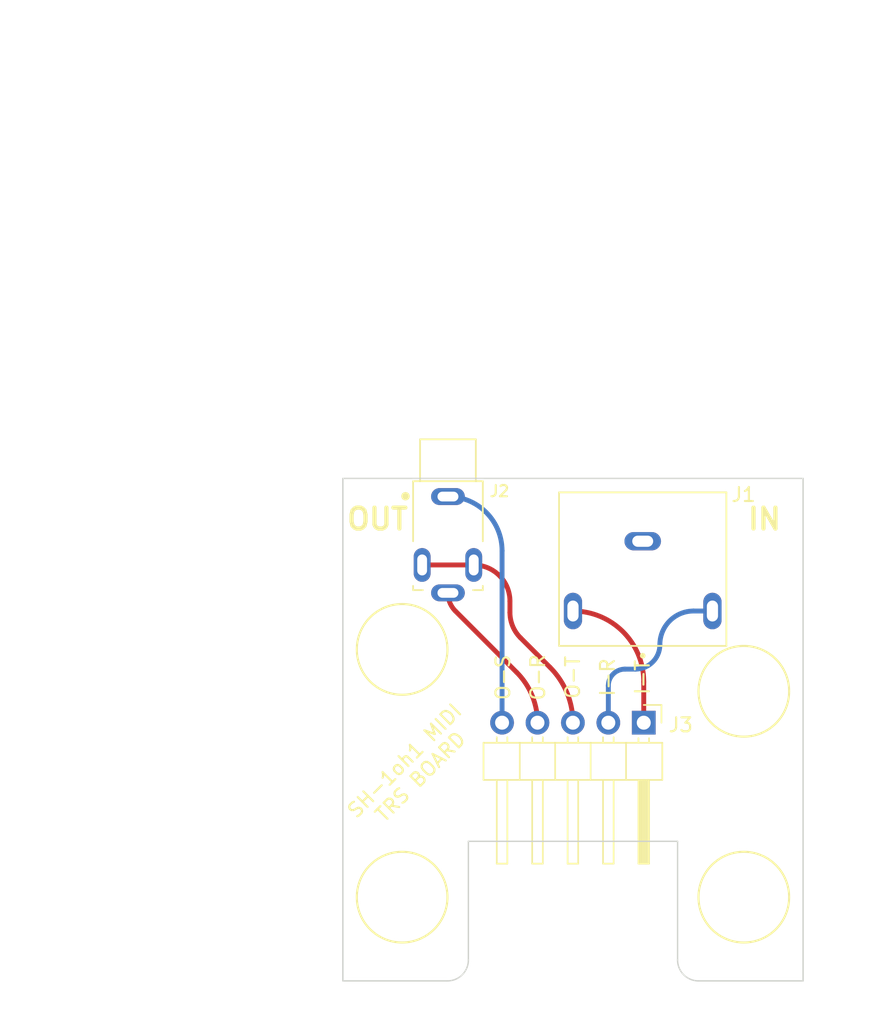
<source format=kicad_pcb>
(kicad_pcb (version 20211014) (generator pcbnew)
  (layers (0 "F.Cu" signal) (31 "B.Cu" signal) (34 "B.Paste" user) (35 "F.Paste" user) (36 "B.SilkS" user "B.Silkscreen") (37 "F.SilkS" user "F.Silkscreen") (38 "B.Mask" user) (39 "F.Mask" user) (44 "Edge.Cuts" user))
  (net 0 "")
  (net 2 "Net-(J1-PadR)")
  (net 3 "Net-(J1-PadT)")
  (net 4 "Net-(J2-PadR)")
  (net 5 "Net-(J2-PadS)")
  (net 6 "Net-(J2-PadT)")
  (footprint "MyFootprints:CUI_SJ1-3523N" (layer "F.Cu") (at 70.51925 4.5875 180)
    (fp_text reference "J1" (at -7.23075 3.3375) (layer "F.SilkS"))
    (fp_text value "AudioJack3")
    (fp_line (start -6 -7.5) (end -6 3.5) (layer "F.SilkS") (width 0.127))
    (fp_line (start 6 -7.5) (end 6 3.5) (layer "F.SilkS") (width 0.127))
    (fp_line (start -6 -7.5) (end 6 -7.5) (layer "F.SilkS") (width 0.127))
    (fp_line (start -6 3.5) (end 6 3.5) (layer "F.SilkS") (width 0.127))
    (fp_circle (center 0 -8.2) (end 0.1 -8.2) (layer "F.SilkS") (width 0.2) (fill none))
    (pad "" np_thru_hole circle locked (at 0 -5 180) (size 1.2 1.2) (drill 1.2) (layers *.Cu *.Mask))
    (pad "" np_thru_hole circle locked (at 5 0 180) (size 1.2 1.2) (drill 1.2) (layers *.Cu *.Mask))
    (pad "" np_thru_hole circle locked (at -5 2.5 180) (size 1.2 1.2) (drill 1.2) (layers *.Cu *.Mask))
    (pad "" np_thru_hole circle locked (at 5 2.5 180) (size 1.2 1.2) (drill 1.2) (layers *.Cu *.Mask))
    (pad "" np_thru_hole circle locked (at -5 0 180) (size 1.2 1.2) (drill 1.2) (layers *.Cu *.Mask))
    (pad "R" thru_hole oval locked (at -5 -5 180) (size 1.308 2.616) (drill oval 0.8 1.5) (layers *.Cu *.Mask) (net 2 "Net-(J1-PadR)"))
    (pad "S" thru_hole oval locked (at 0 0 180) (size 2.616 1.308) (drill oval 1.5 0.8) (layers *.Cu *.Mask))
    (pad "T" thru_hole oval locked (at 5 -5 180) (size 1.308 2.616) (drill oval 0.8 1.5) (layers *.Cu *.Mask) (net 3 "Net-(J1-PadT)"))
  )
  (footprint "MyFootprints:CUI_SJ1-2503A" (layer "F.Cu") (at 56.55395 1.3875)
    (fp_text reference "J2" (at 3.69605 -0.3875) (layer "F.SilkS") (effects (font (size 0.80126 0.80126))))
    (fp_text value "AudioJack3")
    (fp_line (start 2.5 6.7) (end 2.5 6.4) (layer "F.SilkS") (width 0.127))
    (fp_line (start -2.5 -1.1) (end -2 -1.1) (layer "F.SilkS") (width 0.127))
    (fp_line (start -2 -1.1) (end 2 -1.1) (layer "F.SilkS") (width 0.127))
    (fp_line (start -2.5 3.2) (end -2.5 -1.1) (layer "F.SilkS") (width 0.127))
    (fp_line (start -2 -4.1) (end -2 -1.1) (layer "F.SilkS") (width 0.127))
    (fp_line (start 1.8 6.7) (end 2.5 6.7) (layer "F.SilkS") (width 0.127))
    (fp_line (start 2.5 -1.1) (end 2.5 3.2) (layer "F.SilkS") (width 0.127))
    (fp_line (start 2 -4.1) (end -2 -4.1) (layer "F.SilkS") (width 0.127))
    (fp_line (start -2.5 6.7) (end -2.5 6.4) (layer "F.SilkS") (width 0.127))
    (fp_line (start 2 -1.1) (end 2 -4.1) (layer "F.SilkS") (width 0.127))
    (fp_line (start -1.8 6.7) (end -2.5 6.7) (layer "F.SilkS") (width 0.127))
    (fp_line (start 2 -1.1) (end 2.5 -1.1) (layer "F.SilkS") (width 0.127))
    (fp_circle (center -3.0444 -0.0236) (end -2.8944 -0.0236) (layer "F.SilkS") (width 0.3) (fill none))
    (pad "" np_thru_hole circle locked (at 0 2.4) (size 1.2 1.2) (drill 1.2) (layers *.Cu *.Mask))
    (pad "R" thru_hole oval locked (at 0 6.9) (size 2.416 1.208) (drill oval 1.5 0.7) (layers *.Cu *.Mask) (net 4 "Net-(J2-PadR)"))
    (pad "S" thru_hole oval locked (at 0 0) (size 2.416 1.208) (drill oval 1.5 0.7) (layers *.Cu *.Mask) (net 5 "Net-(J2-PadS)"))
    (pad "T" thru_hole oval locked (at 1.85 4.9) (size 1.208 2.416) (drill oval 0.7 1.5) (layers *.Cu *.Mask) (net 6 "Net-(J2-PadT)"))
    (pad "T" thru_hole oval locked (at -1.85 4.9) (size 1.208 2.416) (drill oval 0.7 1.5) (layers *.Cu *.Mask) (net 6 "Net-(J2-PadT)"))
  )
  (footprint "Connector_PinHeader_2.54mm:PinHeader_1x05_P2.54mm_Horizontal" (layer "F.Cu") (at 70.59425 17.5875 -90)
    (fp_text reference "J3" (at 0.1625 -2.65575 180) (layer "F.SilkS"))
    (fp_text value "Conn_01x05_Male")
    (fp_line (start 4.1 0.04) (end 10.1 0.04) (layer "F.SilkS") (width 0.12))
    (fp_line (start 4.1 -1.33) (end 1.44 -1.33) (layer "F.SilkS") (width 0.12))
    (fp_line (start 10.1 0.38) (end 4.1 0.38) (layer "F.SilkS") (width 0.12))
    (fp_line (start 10.1 -0.38) (end 10.1 0.38) (layer "F.SilkS") (width 0.12))
    (fp_line (start 1.44 1.27) (end 4.1 1.27) (layer "F.SilkS") (width 0.12))
    (fp_line (start 1.44 3.81) (end 4.1 3.81) (layer "F.SilkS") (width 0.12))
    (fp_line (start 4.1 0.16) (end 10.1 0.16) (layer "F.SilkS") (width 0.12))
    (fp_line (start 4.1 -0.08) (end 10.1 -0.08) (layer "F.SilkS") (width 0.12))
    (fp_line (start -1.27 -1.27) (end 0 -1.27) (layer "F.SilkS") (width 0.12))
    (fp_line (start 10.1 9.78) (end 10.1 10.54) (layer "F.SilkS") (width 0.12))
    (fp_line (start 1.44 -1.33) (end 1.44 11.49) (layer "F.SilkS") (width 0.12))
    (fp_line (start 1.042929 5.46) (end 1.44 5.46) (layer "F.SilkS") (width 0.12))
    (fp_line (start 4.1 9.78) (end 10.1 9.78) (layer "F.SilkS") (width 0.12))
    (fp_line (start 10.1 2.16) (end 10.1 2.92) (layer "F.SilkS") (width 0.12))
    (fp_line (start 4.1 -0.2) (end 10.1 -0.2) (layer "F.SilkS") (width 0.12))
    (fp_line (start 1.042929 10.54) (end 1.44 10.54) (layer "F.SilkS") (width 0.12))
    (fp_line (start 1.042929 2.92) (end 1.44 2.92) (layer "F.SilkS") (width 0.12))
    (fp_line (start 10.1 10.54) (end 4.1 10.54) (layer "F.SilkS") (width 0.12))
    (fp_line (start 1.44 6.35) (end 4.1 6.35) (layer "F.SilkS") (width 0.12))
    (fp_line (start 4.1 4.7) (end 10.1 4.7) (layer "F.SilkS") (width 0.12))
    (fp_line (start 10.1 2.92) (end 4.1 2.92) (layer "F.SilkS") (width 0.12))
    (fp_line (start 1.042929 2.16) (end 1.44 2.16) (layer "F.SilkS") (width 0.12))
    (fp_line (start 10.1 4.7) (end 10.1 5.46) (layer "F.SilkS") (width 0.12))
    (fp_line (start 1.11 -0.38) (end 1.44 -0.38) (layer "F.SilkS") (width 0.12))
    (fp_line (start 1.11 0.38) (end 1.44 0.38) (layer "F.SilkS") (width 0.12))
    (fp_line (start 1.44 8.89) (end 4.1 8.89) (layer "F.SilkS") (width 0.12))
    (fp_line (start 10.1 5.46) (end 4.1 5.46) (layer "F.SilkS") (width 0.12))
    (fp_line (start 4.1 2.16) (end 10.1 2.16) (layer "F.SilkS") (width 0.12))
    (fp_line (start 4.1 -0.32) (end 10.1 -0.32) (layer "F.SilkS") (width 0.12))
    (fp_line (start 10.1 8) (end 4.1 8) (layer "F.SilkS") (width 0.12))
    (fp_line (start 10.1 7.24) (end 10.1 8) (layer "F.SilkS") (width 0.12))
    (fp_line (start 1.042929 4.7) (end 1.44 4.7) (layer "F.SilkS") (width 0.12))
    (fp_line (start 1.44 11.49) (end 4.1 11.49) (layer "F.SilkS") (width 0.12))
    (fp_line (start 4.1 -0.38) (end 10.1 -0.38) (layer "F.SilkS") (width 0.12))
    (fp_line (start 4.1 11.49) (end 4.1 -1.33) (layer "F.SilkS") (width 0.12))
    (fp_line (start -1.27 0) (end -1.27 -1.27) (layer "F.SilkS") (width 0.12))
    (fp_line (start 4.1 0.28) (end 10.1 0.28) (layer "F.SilkS") (width 0.12))
    (fp_line (start 1.042929 8) (end 1.44 8) (layer "F.SilkS") (width 0.12))
    (fp_line (start 4.1 7.24) (end 10.1 7.24) (layer "F.SilkS") (width 0.12))
    (fp_line (start 1.042929 7.24) (end 1.44 7.24) (layer "F.SilkS") (width 0.12))
    (fp_line (start 1.042929 9.78) (end 1.44 9.78) (layer "F.SilkS") (width 0.12))
    (pad "1" thru_hole rect locked (at 0 0 270) (size 1.7 1.7) (drill 1) (layers *.Cu *.Mask) (net 3 "Net-(J1-PadT)"))
    (pad "2" thru_hole oval locked (at 0 2.54 270) (size 1.7 1.7) (drill 1) (layers *.Cu *.Mask) (net 2 "Net-(J1-PadR)"))
    (pad "3" thru_hole oval locked (at 0 5.08 270) (size 1.7 1.7) (drill 1) (layers *.Cu *.Mask) (net 6 "Net-(J2-PadT)"))
    (pad "4" thru_hole oval locked (at 0 7.62 270) (size 1.7 1.7) (drill 1) (layers *.Cu *.Mask) (net 4 "Net-(J2-PadR)"))
    (pad "5" thru_hole oval locked (at 0 10.16 270) (size 1.7 1.7) (drill 1) (layers *.Cu *.Mask) (net 5 "Net-(J2-PadS)"))
  )
  (footprint "MountingHole:MountingHole_3.2mm_M3" (layer "F.Cu") (at 77.775 30.075)
    (fp_text reference "REF**" hide)
    (fp_text value "MountingHole_3.2mm_M3")
    (pad "" np_thru_hole circle locked (at 0 0) (size 3.2 3.2) (drill 3.2) (layers *.Cu *.Mask))
  )
  (footprint "MountingHole:MountingHole_3.2mm_M3" (layer "F.Cu") (at 53.275 12.35)
    (fp_text reference "REF**" hide)
    (fp_text value "MountingHole_3.2mm_M3")
    (pad "" np_thru_hole circle locked (at 0 0) (size 3.2 3.2) (drill 3.2) (layers *.Cu *.Mask))
  )
  (footprint "MountingHole:MountingHole_3.2mm_M3" (layer "F.Cu") (at 77.775 15.35)
    (fp_text reference "REF**" hide)
    (fp_text value "MountingHole_3.2mm_M3")
    (pad "" np_thru_hole circle locked (at 0 0) (size 3.2 3.2) (drill 3.2) (layers *.Cu *.Mask))
  )
  (footprint "MountingHole:MountingHole_3.2mm_M3" (layer "F.Cu") (at 53.275 30.075)
    (fp_text reference "REF**" hide)
    (fp_text value "MountingHole_3.2mm_M3")
    (pad "" np_thru_hole circle locked (at 0 0) (size 3.2 3.2) (drill 3.2) (layers *.Cu *.Mask))
  )
  (gr_circle (center 53.26925 30.0875) (end 56.51925 30.0875) (layer "F.SilkS") (width 0.15) (fill none))
  (gr_circle (center 77.76925 15.3375) (end 81.01925 15.3375) (layer "F.SilkS") (width 0.15) (fill none))
  (gr_circle (center 53.26925 12.3375) (end 56.51925 12.3375) (layer "F.SilkS") (width 0.15) (fill none))
  (gr_circle (center 77.76925 30.0875) (end 81.01925 30.0875) (layer "F.SilkS") (width 0.15) (fill none))
  (gr_line (start 49.01925 0.0875) (end 82.01925 0.0875) (layer "Edge.Cuts") (width 0.1))
  (gr_arc (start 58.01925 34.5875) (mid 57.57991 35.64816) (end 56.51925 36.0875) (layer "Edge.Cuts") (width 0.1))
  (gr_line (start 82.01925 36.0875) (end 74.51925 36.0875) (layer "Edge.Cuts") (width 0.1))
  (gr_arc (start 74.51925 36.0875) (mid 73.45859 35.64816) (end 73.01925 34.5875) (layer "Edge.Cuts") (width 0.1))
  (gr_line (start 49.01925 36.0875) (end 56.51925 36.0875) (layer "Edge.Cuts") (width 0.1))
  (gr_line (start 82.01925 0.0875) (end 82.01925 36.0875) (layer "Edge.Cuts") (width 0.1))
  (gr_line (start 49.01925 0.0875) (end 49.01925 36.0875) (layer "Edge.Cuts") (width 0.1))
  (gr_line (start 73.01925 26.0875) (end 73.01925 34.5875) (layer "Edge.Cuts") (width 0.1))
  (gr_line (start 58.01925 34.5875) (end 58.01925 26.0875) (layer "Edge.Cuts") (width 0.1))
  (gr_line (start 58.01925 26.0875) (end 73.01925 26.0875) (layer "Edge.Cuts") (width 0.1))
  (gr_text "I-R" (at 68 14.3375 90) (layer "F.SilkS") (effects (font (size 1 1))))
  (gr_text "O-R" (at 63 14.3375 90) (layer "F.SilkS") (effects (font (size 1 1))))
  (gr_text "SH-1oh1 MIDI\nTRS BOARD" (at 54.01925 20.8875 45) (layer "F.SilkS") (effects (font (size 1 1))))
  (gr_text "O-T" (at 65.5 14.3375 90) (layer "F.SilkS") (effects (font (size 1 1))))
  (gr_text "IN" (at 79.25 3) (layer "F.SilkS") (effects (font (size 1.5 1.5) (thickness 0.3))))
  (gr_text "O-S" (at 60.5 14.3375 90) (layer "F.SilkS") (effects (font (size 1 1))))
  (gr_text "I-T" (at 70.5 14.3375 90) (layer "F.SilkS") (effects (font (size 1 1))))
  (gr_text "OUT" (at 51.5 3) (layer "F.SilkS") (effects (font (size 1.5 1.5) (thickness 0.3))))
  (segment (start 68.05425 14.94575) (end 68.05425 17.5875) (width 0.35) (layer "B.Cu") (net 2))
  (segment (start 70 13.75) (end 69.25 13.75) (width 0.35) (layer "B.Cu") (net 2))
  (segment (start 75.51925 9.5875) (end 74.1625 9.5875) (width 0.35) (layer "B.Cu") (net 2))
  (arc (start 71.75 12) (mid 71.237437 13.237437) (end 70 13.75) (width 0.35) (layer "B.Cu") (net 2))
  (arc (start 69.25 13.75) (mid 68.404477 14.100227) (end 68.05425 14.94575) (width 0.35) (layer "B.Cu") (net 2))
  (arc (start 74.1625 9.5875) (mid 72.456605 10.294105) (end 71.75 12) (width 0.35) (layer "B.Cu") (net 2))
  (segment (start 70.59425 14.6625) (end 70.59425 17.5875) (width 0.35) (layer "F.Cu") (net 3))
  (arc (start 65.51925 9.5875) (mid 69.107817 11.073933) (end 70.59425 14.6625) (width 0.35) (layer "F.Cu") (net 3))
  (segment (start 57.095912 9.595912) (end 61.479956 13.979956) (width 0.35) (layer "F.Cu") (net 4))
  (arc (start 61.479956 13.979956) (mid 62.585895 15.635111) (end 62.97425 17.5875) (width 0.35) (layer "F.Cu") (net 4))
  (arc (start 56.55395 8.2875) (mid 56.694801 8.995607) (end 57.095912 9.595912) (width 0.35) (layer "F.Cu") (net 4))
  (segment (start 60.43425 17.5875) (end 60.43425 5.2678) (width 0.35) (layer "B.Cu") (net 5))
  (arc (start 60.43425 5.2678) (mid 59.297736 2.524014) (end 56.55395 1.3875) (width 0.35) (layer "B.Cu") (net 5))
  (segment (start 61 9.68934) (end 61 8.88355) (width 0.35) (layer "F.Cu") (net 6))
  (segment (start 54.70395 6.2875) (end 58.40395 6.2875) (width 0.35) (layer "F.Cu") (net 6))
  (segment (start 63.871464 13.621464) (end 61.75 11.5) (width 0.35) (layer "F.Cu") (net 6))
  (arc (start 61.75 11.5) (mid 61.194918 10.669262) (end 61 9.68934) (width 0.35) (layer "F.Cu") (net 6))
  (arc (start 65.51425 17.5875) (mid 65.087304 15.441097) (end 63.871464 13.621464) (width 0.35) (layer "F.Cu") (net 6))
  (arc (start 61 8.88355) (mid 60.239635 7.047865) (end 58.40395 6.2875) (width 0.35) (layer "F.Cu") (net 6))
)
</source>
